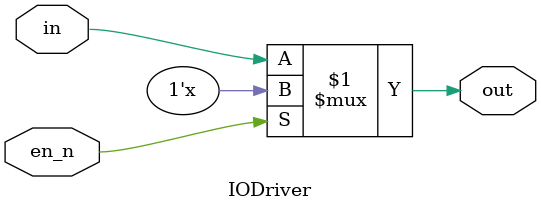
<source format=sv>
module IODriver(
  output wire out,
  input wire en_n,
  input wire in
);

 assign out = en_n ? 1'bz : in; 

endmodule

</source>
